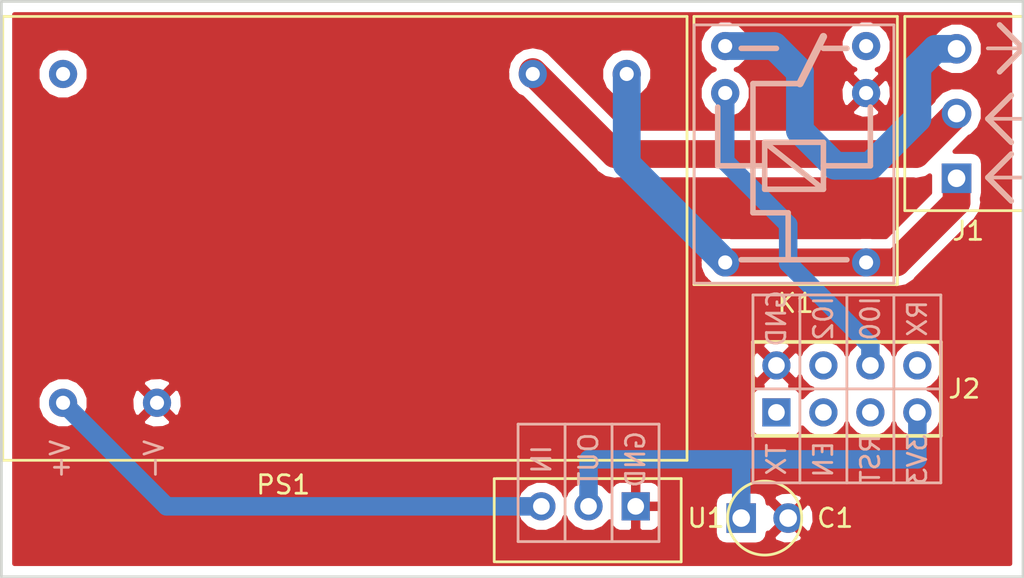
<source format=kicad_pcb>
(kicad_pcb (version 20171130) (host pcbnew 5.0.2+dfsg1-1)

  (general
    (thickness 1.6)
    (drawings 61)
    (tracks 31)
    (zones 0)
    (modules 6)
    (nets 15)
  )

  (page A4)
  (title_block
    (title "Smart Home Device")
    (rev v1.0)
    (comment 4 "Guillermo Gonzalez")
  )

  (layers
    (0 F.Cu signal hide)
    (31 B.Cu signal hide)
    (32 B.Adhes user)
    (33 F.Adhes user)
    (34 B.Paste user)
    (35 F.Paste user)
    (36 B.SilkS user hide)
    (37 F.SilkS user)
    (38 B.Mask user)
    (39 F.Mask user)
    (40 Dwgs.User user)
    (41 Cmts.User user)
    (42 Eco1.User user)
    (43 Eco2.User user)
    (44 Edge.Cuts user)
    (45 Margin user)
    (46 B.CrtYd user)
    (47 F.CrtYd user)
    (48 B.Fab user)
    (49 F.Fab user)
  )

  (setup
    (last_trace_width 0.5)
    (trace_clearance 0.2)
    (zone_clearance 0.508)
    (zone_45_only no)
    (trace_min 0.2)
    (segment_width 0.3)
    (edge_width 0.15)
    (via_size 0.8)
    (via_drill 0.4)
    (via_min_size 0.4)
    (via_min_drill 0.3)
    (uvia_size 0.3)
    (uvia_drill 0.1)
    (uvias_allowed no)
    (uvia_min_size 0.2)
    (uvia_min_drill 0.1)
    (pcb_text_width 0.3)
    (pcb_text_size 1.5 1.5)
    (mod_edge_width 0.15)
    (mod_text_size 1 1)
    (mod_text_width 0.15)
    (pad_size 1.524 1.524)
    (pad_drill 0.762)
    (pad_to_mask_clearance 0.051)
    (solder_mask_min_width 0.25)
    (aux_axis_origin 0 0)
    (visible_elements FFFFFF7F)
    (pcbplotparams
      (layerselection 0x010fc_ffffffff)
      (usegerberextensions false)
      (usegerberattributes false)
      (usegerberadvancedattributes false)
      (creategerberjobfile false)
      (excludeedgelayer true)
      (linewidth 0.100000)
      (plotframeref false)
      (viasonmask false)
      (mode 1)
      (useauxorigin false)
      (hpglpennumber 1)
      (hpglpenspeed 20)
      (hpglpendiameter 15.000000)
      (psnegative false)
      (psa4output false)
      (plotreference true)
      (plotvalue true)
      (plotinvisibletext false)
      (padsonsilk false)
      (subtractmaskfromsilk false)
      (outputformat 1)
      (mirror false)
      (drillshape 1)
      (scaleselection 1)
      (outputdirectory ""))
  )

  (net 0 "")
  (net 1 LINE)
  (net 2 "Net-(J1-Pad1)")
  (net 3 +VSW)
  (net 4 "Net-(J2-Pad1)")
  (net 5 "Net-(J2-Pad2)")
  (net 6 GND)
  (net 7 "Net-(J2-Pad5)")
  (net 8 "Net-(J2-Pad6)")
  (net 9 "Net-(K1-Pad2)")
  (net 10 "Net-(PS1-Pad2)")
  (net 11 "Net-(PS1-Pad3)")
  (net 12 "Net-(J2-Pad4)")
  (net 13 "Net-(J2-Pad0)")
  (net 14 "Net-(C1-Pad1)")

  (net_class Default "This is the default net class."
    (clearance 0.2)
    (trace_width 0.5)
    (via_dia 0.8)
    (via_drill 0.4)
    (uvia_dia 0.3)
    (uvia_drill 0.1)
    (add_net +VSW)
    (add_net GND)
    (add_net LINE)
    (add_net "Net-(C1-Pad1)")
    (add_net "Net-(J1-Pad1)")
    (add_net "Net-(J2-Pad0)")
    (add_net "Net-(J2-Pad1)")
    (add_net "Net-(J2-Pad2)")
    (add_net "Net-(J2-Pad4)")
    (add_net "Net-(J2-Pad5)")
    (add_net "Net-(J2-Pad6)")
    (add_net "Net-(K1-Pad2)")
    (add_net "Net-(PS1-Pad2)")
    (add_net "Net-(PS1-Pad3)")
  )

  (module footprints:AC-12-3 (layer F.Cu) (tedit 62B0B79B) (tstamp 62D49AB6)
    (at 139.225001 96)
    (path /62B08D31)
    (fp_text reference PS1 (at -3.335001 13.324999) (layer F.SilkS)
      (effects (font (size 1 1) (thickness 0.15)))
    )
    (fp_text value AC-12-3 (at 0.474999 -0.645001) (layer F.Fab)
      (effects (font (size 1 1) (thickness 0.15)))
    )
    (fp_line (start 18.5 12) (end 18.5 -12) (layer F.SilkS) (width 0.15))
    (fp_line (start -18.5 12) (end -18.5 -12) (layer F.SilkS) (width 0.15))
    (fp_line (start -18.5 -12) (end 18.5 -12) (layer F.SilkS) (width 0.15))
    (fp_line (start -18.5 12) (end 18.5 12) (layer F.SilkS) (width 0.15))
    (pad 0 thru_hole circle (at 15.24 -8.89) (size 1.524 1.524) (drill 0.762) (layers *.Cu *.Mask)
      (net 1 LINE))
    (pad 1 thru_hole circle (at 10.16 -8.89) (size 1.524 1.524) (drill 0.762) (layers *.Cu *.Mask)
      (net 2 "Net-(J1-Pad1)"))
    (pad 2 thru_hole circle (at -15.24 -8.89) (size 1.524 1.524) (drill 0.762) (layers *.Cu *.Mask)
      (net 10 "Net-(PS1-Pad2)"))
    (pad 3 thru_hole circle (at -15.24 8.89) (size 1.524 1.524) (drill 0.762) (layers *.Cu *.Mask)
      (net 11 "Net-(PS1-Pad3)"))
    (pad 4 thru_hole circle (at -10.16 8.89) (size 1.524 1.524) (drill 0.762) (layers *.Cu *.Mask)
      (net 6 GND))
  )

  (module footprints:ESP8266 (layer F.Cu) (tedit 62B0E1F7) (tstamp 62BD4F7A)
    (at 166.37 104.14)
    (path /62B12C49)
    (fp_text reference J2 (at 6.35 0) (layer F.SilkS)
      (effects (font (size 1 1) (thickness 0.15)))
    )
    (fp_text value ESP8266 (at 0 0) (layer F.Fab)
      (effects (font (size 1 1) (thickness 0.15)))
    )
    (fp_line (start -5.08 2.54) (end -5.08 -2.54) (layer F.SilkS) (width 0.2))
    (fp_line (start -5.08 -2.54) (end 5.08 -2.54) (layer F.SilkS) (width 0.2))
    (fp_line (start 5.08 -2.54) (end 5.08 2.54) (layer F.SilkS) (width 0.2))
    (fp_line (start 5.08 2.54) (end -5.08 2.54) (layer F.SilkS) (width 0.2))
    (pad 0 thru_hole rect (at -3.81 1.27) (size 1.524 1.524) (drill 0.9) (layers *.Cu *.Mask)
      (net 13 "Net-(J2-Pad0)"))
    (pad 1 thru_hole circle (at -1.27 1.27) (size 1.524 1.524) (drill 0.9) (layers *.Cu *.Mask)
      (net 4 "Net-(J2-Pad1)"))
    (pad 2 thru_hole circle (at 1.27 1.27) (size 1.524 1.524) (drill 0.9) (layers *.Cu *.Mask)
      (net 5 "Net-(J2-Pad2)"))
    (pad 3 thru_hole circle (at 3.81 1.27) (size 1.524 1.524) (drill 0.9) (layers *.Cu *.Mask)
      (net 14 "Net-(C1-Pad1)"))
    (pad 4 thru_hole circle (at 3.81 -1.27) (size 1.524 1.524) (drill 0.9) (layers *.Cu *.Mask)
      (net 12 "Net-(J2-Pad4)"))
    (pad 5 thru_hole circle (at 1.27 -1.27) (size 1.524 1.524) (drill 0.9) (layers *.Cu *.Mask)
      (net 7 "Net-(J2-Pad5)"))
    (pad 6 thru_hole circle (at -1.27 -1.27) (size 1.524 1.524) (drill 0.9) (layers *.Cu *.Mask)
      (net 8 "Net-(J2-Pad6)"))
    (pad 7 thru_hole circle (at -3.81 -1.27) (size 1.524 1.524) (drill 0.9) (layers *.Cu *.Mask)
      (net 6 GND))
  )

  (module "footprints:JRC-21F(4100)" (layer F.Cu) (tedit 62B0E843) (tstamp 62C8597B)
    (at 163.6 91.25 90)
    (path /62B11642)
    (fp_text reference K1 (at -8.255 0 180) (layer F.SilkS)
      (effects (font (size 1 1) (thickness 0.15)))
    )
    (fp_text value "JRC-21F(4100)" (at 0 0 90) (layer F.Fab)
      (effects (font (size 1 1) (thickness 0.15)))
    )
    (fp_line (start -7.25 -5.5) (end -7.25 5.5) (layer F.SilkS) (width 0.15))
    (fp_line (start 7.25 -5.5) (end 7.25 5.5) (layer F.SilkS) (width 0.15))
    (fp_line (start 7.25 5.5) (end -7.25 5.5) (layer F.SilkS) (width 0.15))
    (fp_line (start 7.25 -5.5) (end -7.25 -5.5) (layer F.SilkS) (width 0.15))
    (pad 5 thru_hole circle (at -6.05 -3.81 90) (size 1.524 1.524) (drill 0.762) (layers *.Cu *.Mask)
      (net 1 LINE))
    (pad 0 thru_hole circle (at -6.05 3.81 90) (size 1.524 1.524) (drill 0.762) (layers *.Cu *.Mask)
      (net 1 LINE))
    (pad 3 thru_hole circle (at 5.65 -3.81 90) (size 1.524 1.524) (drill 0.762) (layers *.Cu *.Mask)
      (net 3 +VSW))
    (pad 2 thru_hole circle (at 5.65 3.81 90) (size 1.524 1.524) (drill 0.762) (layers *.Cu *.Mask)
      (net 9 "Net-(K1-Pad2)"))
    (pad 4 thru_hole circle (at 3.11 -3.81 90) (size 1.524 1.524) (drill 0.762) (layers *.Cu *.Mask)
      (net 7 "Net-(J2-Pad5)"))
    (pad 1 thru_hole circle (at 3.11 3.81 90) (size 1.524 1.524) (drill 0.762) (layers *.Cu *.Mask)
      (net 6 GND))
  )

  (module footprints:LD1117V33C-TO220 (layer F.Cu) (tedit 62B0EE38) (tstamp 62D33D79)
    (at 152.4 110.49)
    (path /62B08C42)
    (fp_text reference U1 (at 6.35 0.635) (layer F.SilkS)
      (effects (font (size 1 1) (thickness 0.15)))
    )
    (fp_text value LD1117V33C_TO220 (at 0 -2.54) (layer F.Fab)
      (effects (font (size 1 1) (thickness 0.15)))
    )
    (fp_line (start -5.1 3) (end -5.1 -1.5) (layer F.SilkS) (width 0.15))
    (fp_line (start 5.01 3) (end 5.01 -1.5) (layer F.SilkS) (width 0.15))
    (fp_line (start 5.01 -1.5) (end -5.01 -1.5) (layer F.SilkS) (width 0.15))
    (fp_line (start 5.01 3) (end -5.01 3) (layer F.SilkS) (width 0.15))
    (pad 2 thru_hole circle (at -2.55 0) (size 1.524 1.524) (drill 0.9) (layers *.Cu *.Mask)
      (net 11 "Net-(PS1-Pad3)"))
    (pad 1 thru_hole circle (at 0 0) (size 1.524 1.524) (drill 0.9) (layers *.Cu *.Mask)
      (net 14 "Net-(C1-Pad1)"))
    (pad 0 thru_hole rect (at 2.55 0) (size 1.524 1.524) (drill 0.9) (layers *.Cu *.Mask)
      (net 6 GND))
  )

  (module footprints:AKL059-03 (layer F.Cu) (tedit 62B1E1D7) (tstamp 62BE54E0)
    (at 172.3 89.25 90)
    (path /62B11E95)
    (fp_text reference J1 (at -6.35 0.635 180) (layer F.SilkS)
      (effects (font (size 1 1) (thickness 0.15)))
    )
    (fp_text value AKL059-03 (at 0 -1.905 90) (layer F.Fab)
      (effects (font (size 1 1) (thickness 0.15)))
    )
    (fp_line (start -5.25 3.7) (end -5.25 -2.8) (layer F.SilkS) (width 0.15))
    (fp_line (start -5.25 -2.8) (end 5.25 -2.8) (layer F.SilkS) (width 0.15))
    (fp_line (start 5.25 3.7) (end -5.25 3.7) (layer F.SilkS) (width 0.15))
    (fp_line (start 5.25 3.7) (end 5.25 -2.8) (layer F.SilkS) (width 0.15))
    (pad 0 thru_hole rect (at -3.5 0 90) (size 1.6 1.6) (drill 0.95) (layers *.Cu *.Mask)
      (net 1 LINE))
    (pad 1 thru_hole circle (at 0 0 90) (size 1.6 1.6) (drill 0.95) (layers *.Cu *.Mask)
      (net 2 "Net-(J1-Pad1)"))
    (pad 2 thru_hole circle (at 3.5 0 90) (size 1.6 1.6) (drill 0.95) (layers *.Cu *.Mask)
      (net 3 +VSW))
  )

  (module footprints:C10uF (layer F.Cu) (tedit 62B36F95) (tstamp 62C99006)
    (at 161.925 111.125)
    (path /62B3A0CF)
    (fp_text reference C1 (at 3.81 0) (layer F.SilkS)
      (effects (font (size 1 1) (thickness 0.15)))
    )
    (fp_text value 10uF (at 0 -1.905) (layer F.Fab)
      (effects (font (size 1 1) (thickness 0.15)))
    )
    (fp_circle (center 0 0) (end 2 0) (layer F.SilkS) (width 0.15))
    (pad 1 thru_hole rect (at -1.27 0) (size 1.6 1.6) (drill 0.95) (layers *.Cu *.Mask)
      (net 14 "Net-(C1-Pad1)"))
    (pad 2 thru_hole circle (at 1.27 0) (size 1.6 1.6) (drill 0.95) (layers *.Cu *.Mask)
      (net 6 GND))
  )

  (gr_text V+ (at 123.825 107.95 90) (layer B.SilkS)
    (effects (font (size 1 1) (thickness 0.15)) (justify mirror))
  )
  (gr_text V- (at 128.905 107.95 90) (layer B.SilkS)
    (effects (font (size 1 1) (thickness 0.15)) (justify mirror))
  )
  (gr_line (start 158.115 98.425) (end 168.91 98.425) (layer B.SilkS) (width 0.15))
  (gr_line (start 158.115 84.455) (end 158.115 98.425) (layer B.SilkS) (width 0.15))
  (gr_line (start 168.91 84.455) (end 158.115 84.455) (layer B.SilkS) (width 0.15))
  (gr_line (start 168.91 98.425) (end 168.91 84.455) (layer B.SilkS) (width 0.15))
  (gr_line (start 165.1 93.345) (end 161.925 90.805) (layer B.SilkS) (width 0.3))
  (gr_line (start 163.83 87.63) (end 165.1 85.09) (layer B.SilkS) (width 0.4))
  (gr_line (start 166.37 85.725) (end 165.1 85.725) (layer B.SilkS) (width 0.3))
  (gr_line (start 162.56 85.725) (end 160.655 85.725) (layer B.SilkS) (width 0.3))
  (gr_line (start 161.29 87.63) (end 163.83 87.63) (layer B.SilkS) (width 0.3))
  (gr_line (start 161.29 94.615) (end 161.29 87.63) (layer B.SilkS) (width 0.3))
  (gr_line (start 163.195 94.615) (end 161.29 94.615) (layer B.SilkS) (width 0.3))
  (gr_line (start 163.195 97.155) (end 163.195 94.615) (layer B.SilkS) (width 0.3))
  (gr_line (start 159.385 92.075) (end 159.385 88.9) (layer B.SilkS) (width 0.3))
  (gr_line (start 161.925 92.075) (end 159.385 92.075) (layer B.SilkS) (width 0.3))
  (gr_line (start 167.64 92.075) (end 167.64 88.9) (layer B.SilkS) (width 0.3))
  (gr_line (start 165.1 92.075) (end 167.64 92.075) (layer B.SilkS) (width 0.3))
  (gr_line (start 161.925 90.805) (end 161.925 93.345) (layer B.SilkS) (width 0.3))
  (gr_line (start 165.1 90.805) (end 161.925 90.805) (layer B.SilkS) (width 0.3))
  (gr_line (start 165.1 93.345) (end 165.1 90.805) (layer B.SilkS) (width 0.3))
  (gr_line (start 161.925 93.345) (end 165.1 93.345) (layer B.SilkS) (width 0.3))
  (gr_line (start 160.655 97.155) (end 166.37 97.155) (layer B.SilkS) (width 0.3))
  (gr_line (start 171.45 104.14) (end 161.29 104.14) (layer B.SilkS) (width 0.15))
  (gr_line (start 168.91 109.22) (end 168.91 99.06) (layer B.SilkS) (width 0.15))
  (gr_line (start 166.37 99.06) (end 166.37 109.22) (layer B.SilkS) (width 0.15))
  (gr_line (start 163.83 109.22) (end 163.83 99.06) (layer B.SilkS) (width 0.15))
  (gr_line (start 161.29 99.06) (end 161.29 109.22) (layer B.SilkS) (width 0.15))
  (gr_line (start 171.45 99.06) (end 161.29 99.06) (layer B.SilkS) (width 0.15))
  (gr_line (start 171.45 109.22) (end 171.45 99.06) (layer B.SilkS) (width 0.15))
  (gr_line (start 161.29 109.22) (end 171.45 109.22) (layer B.SilkS) (width 0.15))
  (gr_text IN (at 149.86 107.95 90) (layer B.SilkS)
    (effects (font (size 1 1) (thickness 0.15)) (justify mirror))
  )
  (gr_text OUT (at 152.4 107.95 90) (layer B.SilkS)
    (effects (font (size 1 1) (thickness 0.15)) (justify mirror))
  )
  (gr_text GND (at 154.94 107.95 90) (layer B.SilkS)
    (effects (font (size 1 1) (thickness 0.15)) (justify mirror))
  )
  (gr_line (start 151.13 112.395) (end 151.13 106.045) (layer B.SilkS) (width 0.15))
  (gr_line (start 153.67 112.395) (end 153.67 106.045) (layer B.SilkS) (width 0.15))
  (gr_line (start 148.59 106.045) (end 148.59 112.395) (layer B.SilkS) (width 0.15))
  (gr_line (start 156.21 106.045) (end 148.59 106.045) (layer B.SilkS) (width 0.15))
  (gr_line (start 156.21 112.395) (end 156.21 106.045) (layer B.SilkS) (width 0.15))
  (gr_line (start 148.59 112.395) (end 156.21 112.395) (layer B.SilkS) (width 0.15))
  (gr_line (start 175.895 85.725) (end 173.99 85.725) (layer B.SilkS) (width 0.2))
  (gr_line (start 173.99 92.71) (end 175.895 92.71) (layer B.SilkS) (width 0.2))
  (gr_line (start 173.99 89.535) (end 175.895 89.535) (layer B.SilkS) (width 0.2))
  (gr_line (start 175.895 85.725) (end 174.625 86.995) (layer B.SilkS) (width 0.3))
  (gr_line (start 174.625 84.455) (end 175.895 85.725) (layer B.SilkS) (width 0.3))
  (gr_line (start 173.99 89.535) (end 175.26 90.805) (layer B.SilkS) (width 0.3))
  (gr_line (start 173.99 89.535) (end 175.26 88.265) (layer B.SilkS) (width 0.3))
  (gr_line (start 173.99 92.71) (end 175.26 93.98) (layer B.SilkS) (width 0.3))
  (gr_line (start 173.99 92.71) (end 175.26 91.44) (layer B.SilkS) (width 0.3))
  (gr_text RX (at 170.18 100.33 90) (layer B.SilkS)
    (effects (font (size 1 1) (thickness 0.15)) (justify mirror))
  )
  (gr_text I02 (at 165.1 100.33 90) (layer B.SilkS)
    (effects (font (size 1 1) (thickness 0.15)) (justify mirror))
  )
  (gr_text I00 (at 167.64 100.33 90) (layer B.SilkS)
    (effects (font (size 1 1) (thickness 0.15)) (justify mirror))
  )
  (gr_text GND (at 162.56 100.33 90) (layer B.SilkS)
    (effects (font (size 1 1) (thickness 0.15)) (justify mirror))
  )
  (gr_text 3V3 (at 170.18 107.95 90) (layer B.SilkS)
    (effects (font (size 1 1) (thickness 0.15)) (justify mirror))
  )
  (gr_text RST (at 167.64 107.95 90) (layer B.SilkS)
    (effects (font (size 1 1) (thickness 0.15)) (justify mirror))
  )
  (gr_text EN (at 165.1 107.95 90) (layer B.SilkS)
    (effects (font (size 1 1) (thickness 0.15)) (justify mirror))
  )
  (gr_text TX (at 162.56 107.95 90) (layer B.SilkS)
    (effects (font (size 1 1) (thickness 0.15)) (justify mirror))
  )
  (gr_line (start 120.65 83.185) (end 175.895 83.185) (layer Edge.Cuts) (width 0.15))
  (gr_line (start 120.65 114.3) (end 120.65 83.185) (layer Edge.Cuts) (width 0.15))
  (gr_line (start 175.895 114.3) (end 120.65 114.3) (layer Edge.Cuts) (width 0.15) (tstamp 62BE7536))
  (gr_line (start 175.895 83.185) (end 175.895 114.3) (layer Edge.Cuts) (width 0.15) (tstamp 62BE540D))

  (segment (start 159.79 97.3) (end 167.41 97.3) (width 1.5) (layer F.Cu) (net 1))
  (segment (start 172.3 94.05) (end 169.05 97.3) (width 1.5) (layer F.Cu) (net 1))
  (segment (start 172.3 92.75) (end 172.3 94.05) (width 1.5) (layer F.Cu) (net 1))
  (segment (start 169.05 97.3) (end 167.41 97.3) (width 1.5) (layer F.Cu) (net 1))
  (segment (start 154.465001 91.975001) (end 159.79 97.3) (width 1.5) (layer B.Cu) (net 1))
  (segment (start 154.465001 87.11) (end 154.465001 91.975001) (width 1.5) (layer B.Cu) (net 1))
  (segment (start 153.82 91.44) (end 149.385001 87.005001) (width 1.5) (layer F.Cu) (net 2))
  (segment (start 170.11 91.44) (end 172.3 89.25) (width 1.5) (layer F.Cu) (net 2))
  (segment (start 153.82 91.44) (end 170.11 91.44) (width 1.5) (layer F.Cu) (net 2))
  (segment (start 159.79 85.6) (end 162.435 85.6) (width 1.5) (layer B.Cu) (net 3))
  (segment (start 162.435 85.6) (end 163.83 86.995) (width 1.5) (layer B.Cu) (net 3))
  (segment (start 163.83 86.995) (end 163.83 90.17) (width 1.5) (layer B.Cu) (net 3))
  (segment (start 163.83 90.17) (end 165.735 92.075) (width 1.5) (layer B.Cu) (net 3))
  (segment (start 165.735 92.075) (end 167.64 92.075) (width 1.5) (layer B.Cu) (net 3))
  (segment (start 167.64 92.075) (end 170.18 89.535) (width 1.5) (layer B.Cu) (net 3))
  (segment (start 171.16863 85.75) (end 170.18 86.73863) (width 1.5) (layer B.Cu) (net 3))
  (segment (start 170.18 86.73863) (end 170.18 89.535) (width 1.5) (layer B.Cu) (net 3))
  (segment (start 172.3 85.75) (end 171.16863 85.75) (width 1.5) (layer B.Cu) (net 3))
  (segment (start 170.18 107.95) (end 170.18 105.41) (width 1) (layer B.Cu) (net 14))
  (segment (start 152.4 107.95) (end 152.4 110.49) (width 1) (layer B.Cu) (net 14))
  (segment (start 167.64 101.79237) (end 163.195 97.34737) (width 1) (layer B.Cu) (net 7))
  (segment (start 167.64 102.87) (end 167.64 101.79237) (width 1) (layer B.Cu) (net 7))
  (segment (start 163.195 97.34737) (end 163.195 95.25) (width 1) (layer B.Cu) (net 7))
  (segment (start 163.195 95.25) (end 163.195 95.885) (width 1) (layer B.Cu) (net 7))
  (segment (start 159.79 91.845) (end 163.195 95.25) (width 1) (layer B.Cu) (net 7))
  (segment (start 159.79 88.14) (end 159.79 91.845) (width 1) (layer B.Cu) (net 7))
  (segment (start 129.585001 110.49) (end 123.985001 104.89) (width 1) (layer B.Cu) (net 11))
  (segment (start 149.85 110.49) (end 129.585001 110.49) (width 1) (layer B.Cu) (net 11))
  (segment (start 160.655 111.125) (end 160.655 107.95) (width 1) (layer B.Cu) (net 14))
  (segment (start 152.4 107.95) (end 160.655 107.95) (width 1) (layer B.Cu) (net 14))
  (segment (start 160.655 107.95) (end 170.18 107.95) (width 1) (layer B.Cu) (net 14))

  (zone (net 6) (net_name GND) (layer F.Cu) (tstamp 0) (hatch edge 0.508)
    (connect_pads (clearance 0.508))
    (min_thickness 0.254)
    (fill yes (arc_segments 16) (thermal_gap 0.508) (thermal_bridge_width 0.508))
    (polygon
      (pts
        (xy 120.65 114.3) (xy 120.65 83.185) (xy 175.895 83.185) (xy 175.895 114.3)
      )
    )
    (filled_polygon
      (pts
        (xy 175.185001 113.59) (xy 121.36 113.59) (xy 121.36 110.212119) (xy 148.453 110.212119) (xy 148.453 110.767881)
        (xy 148.66568 111.281337) (xy 149.058663 111.67432) (xy 149.572119 111.887) (xy 150.127881 111.887) (xy 150.641337 111.67432)
        (xy 151.03432 111.281337) (xy 151.125 111.062416) (xy 151.21568 111.281337) (xy 151.608663 111.67432) (xy 152.122119 111.887)
        (xy 152.677881 111.887) (xy 153.191337 111.67432) (xy 153.553 111.312657) (xy 153.553 111.37831) (xy 153.649673 111.611699)
        (xy 153.828302 111.790327) (xy 154.061691 111.887) (xy 154.66425 111.887) (xy 154.823 111.72825) (xy 154.823 110.617)
        (xy 155.077 110.617) (xy 155.077 111.72825) (xy 155.23575 111.887) (xy 155.838309 111.887) (xy 156.071698 111.790327)
        (xy 156.250327 111.611699) (xy 156.347 111.37831) (xy 156.347 110.77575) (xy 156.18825 110.617) (xy 155.077 110.617)
        (xy 154.823 110.617) (xy 154.803 110.617) (xy 154.803 110.363) (xy 154.823 110.363) (xy 154.823 109.25175)
        (xy 155.077 109.25175) (xy 155.077 110.363) (xy 156.18825 110.363) (xy 156.22625 110.325) (xy 159.20756 110.325)
        (xy 159.20756 111.925) (xy 159.256843 112.172765) (xy 159.397191 112.382809) (xy 159.607235 112.523157) (xy 159.855 112.57244)
        (xy 161.455 112.57244) (xy 161.702765 112.523157) (xy 161.912809 112.382809) (xy 162.053157 112.172765) (xy 162.061117 112.132745)
        (xy 162.366861 112.132745) (xy 162.440995 112.378864) (xy 162.978223 112.571965) (xy 163.548454 112.544778) (xy 163.949005 112.378864)
        (xy 164.023139 112.132745) (xy 163.195 111.304605) (xy 162.366861 112.132745) (xy 162.061117 112.132745) (xy 162.101954 111.927445)
        (xy 162.187255 111.953139) (xy 163.015395 111.125) (xy 163.374605 111.125) (xy 164.202745 111.953139) (xy 164.448864 111.879005)
        (xy 164.641965 111.341777) (xy 164.614778 110.771546) (xy 164.448864 110.370995) (xy 164.202745 110.296861) (xy 163.374605 111.125)
        (xy 163.015395 111.125) (xy 162.187255 110.296861) (xy 162.101954 110.322555) (xy 162.061118 110.117255) (xy 162.366861 110.117255)
        (xy 163.195 110.945395) (xy 164.023139 110.117255) (xy 163.949005 109.871136) (xy 163.411777 109.678035) (xy 162.841546 109.705222)
        (xy 162.440995 109.871136) (xy 162.366861 110.117255) (xy 162.061118 110.117255) (xy 162.053157 110.077235) (xy 161.912809 109.867191)
        (xy 161.702765 109.726843) (xy 161.455 109.67756) (xy 159.855 109.67756) (xy 159.607235 109.726843) (xy 159.397191 109.867191)
        (xy 159.256843 110.077235) (xy 159.20756 110.325) (xy 156.22625 110.325) (xy 156.347 110.20425) (xy 156.347 109.60169)
        (xy 156.250327 109.368301) (xy 156.071698 109.189673) (xy 155.838309 109.093) (xy 155.23575 109.093) (xy 155.077 109.25175)
        (xy 154.823 109.25175) (xy 154.66425 109.093) (xy 154.061691 109.093) (xy 153.828302 109.189673) (xy 153.649673 109.368301)
        (xy 153.553 109.60169) (xy 153.553 109.667343) (xy 153.191337 109.30568) (xy 152.677881 109.093) (xy 152.122119 109.093)
        (xy 151.608663 109.30568) (xy 151.21568 109.698663) (xy 151.125 109.917584) (xy 151.03432 109.698663) (xy 150.641337 109.30568)
        (xy 150.127881 109.093) (xy 149.572119 109.093) (xy 149.058663 109.30568) (xy 148.66568 109.698663) (xy 148.453 110.212119)
        (xy 121.36 110.212119) (xy 121.36 104.612119) (xy 122.588001 104.612119) (xy 122.588001 105.167881) (xy 122.800681 105.681337)
        (xy 123.193664 106.07432) (xy 123.70712 106.287) (xy 124.262882 106.287) (xy 124.776338 106.07432) (xy 124.980445 105.870213)
        (xy 128.264393 105.870213) (xy 128.333858 106.112397) (xy 128.857303 106.299144) (xy 129.412369 106.271362) (xy 129.796144 106.112397)
        (xy 129.865609 105.870213) (xy 129.065001 105.069605) (xy 128.264393 105.870213) (xy 124.980445 105.870213) (xy 125.169321 105.681337)
        (xy 125.382001 105.167881) (xy 125.382001 104.682302) (xy 127.655857 104.682302) (xy 127.683639 105.237368) (xy 127.842604 105.621143)
        (xy 128.084788 105.690608) (xy 128.885396 104.89) (xy 129.244606 104.89) (xy 130.045214 105.690608) (xy 130.287398 105.621143)
        (xy 130.474145 105.097698) (xy 130.451637 104.648) (xy 161.15056 104.648) (xy 161.15056 106.172) (xy 161.199843 106.419765)
        (xy 161.340191 106.629809) (xy 161.550235 106.770157) (xy 161.798 106.81944) (xy 163.322 106.81944) (xy 163.569765 106.770157)
        (xy 163.779809 106.629809) (xy 163.920157 106.419765) (xy 163.955653 106.24131) (xy 164.308663 106.59432) (xy 164.822119 106.807)
        (xy 165.377881 106.807) (xy 165.891337 106.59432) (xy 166.28432 106.201337) (xy 166.37 105.994487) (xy 166.45568 106.201337)
        (xy 166.848663 106.59432) (xy 167.362119 106.807) (xy 167.917881 106.807) (xy 168.431337 106.59432) (xy 168.82432 106.201337)
        (xy 168.91 105.994487) (xy 168.99568 106.201337) (xy 169.388663 106.59432) (xy 169.902119 106.807) (xy 170.457881 106.807)
        (xy 170.971337 106.59432) (xy 171.36432 106.201337) (xy 171.577 105.687881) (xy 171.577 105.132119) (xy 171.36432 104.618663)
        (xy 170.971337 104.22568) (xy 170.764487 104.14) (xy 170.971337 104.05432) (xy 171.36432 103.661337) (xy 171.577 103.147881)
        (xy 171.577 102.592119) (xy 171.36432 102.078663) (xy 170.971337 101.68568) (xy 170.457881 101.473) (xy 169.902119 101.473)
        (xy 169.388663 101.68568) (xy 168.99568 102.078663) (xy 168.91 102.285513) (xy 168.82432 102.078663) (xy 168.431337 101.68568)
        (xy 167.917881 101.473) (xy 167.362119 101.473) (xy 166.848663 101.68568) (xy 166.45568 102.078663) (xy 166.37 102.285513)
        (xy 166.28432 102.078663) (xy 165.891337 101.68568) (xy 165.377881 101.473) (xy 164.822119 101.473) (xy 164.308663 101.68568)
        (xy 163.91568 102.078663) (xy 163.836572 102.269647) (xy 163.782397 102.138857) (xy 163.540213 102.069392) (xy 162.739605 102.87)
        (xy 163.540213 103.670608) (xy 163.782397 103.601143) (xy 163.832535 103.460607) (xy 163.91568 103.661337) (xy 164.308663 104.05432)
        (xy 164.515513 104.14) (xy 164.308663 104.22568) (xy 163.955653 104.57869) (xy 163.920157 104.400235) (xy 163.779809 104.190191)
        (xy 163.569765 104.049843) (xy 163.322 104.00056) (xy 163.317484 104.00056) (xy 163.360608 103.850213) (xy 162.56 103.049605)
        (xy 161.759392 103.850213) (xy 161.802516 104.00056) (xy 161.798 104.00056) (xy 161.550235 104.049843) (xy 161.340191 104.190191)
        (xy 161.199843 104.400235) (xy 161.15056 104.648) (xy 130.451637 104.648) (xy 130.446363 104.542632) (xy 130.287398 104.158857)
        (xy 130.045214 104.089392) (xy 129.244606 104.89) (xy 128.885396 104.89) (xy 128.084788 104.089392) (xy 127.842604 104.158857)
        (xy 127.655857 104.682302) (xy 125.382001 104.682302) (xy 125.382001 104.612119) (xy 125.169321 104.098663) (xy 124.980445 103.909787)
        (xy 128.264393 103.909787) (xy 129.065001 104.710395) (xy 129.865609 103.909787) (xy 129.796144 103.667603) (xy 129.272699 103.480856)
        (xy 128.717633 103.508638) (xy 128.333858 103.667603) (xy 128.264393 103.909787) (xy 124.980445 103.909787) (xy 124.776338 103.70568)
        (xy 124.262882 103.493) (xy 123.70712 103.493) (xy 123.193664 103.70568) (xy 122.800681 104.098663) (xy 122.588001 104.612119)
        (xy 121.36 104.612119) (xy 121.36 102.662302) (xy 161.150856 102.662302) (xy 161.178638 103.217368) (xy 161.337603 103.601143)
        (xy 161.579787 103.670608) (xy 162.380395 102.87) (xy 161.579787 102.069392) (xy 161.337603 102.138857) (xy 161.150856 102.662302)
        (xy 121.36 102.662302) (xy 121.36 101.889787) (xy 161.759392 101.889787) (xy 162.56 102.690395) (xy 163.360608 101.889787)
        (xy 163.291143 101.647603) (xy 162.767698 101.460856) (xy 162.212632 101.488638) (xy 161.828857 101.647603) (xy 161.759392 101.889787)
        (xy 121.36 101.889787) (xy 121.36 86.832119) (xy 122.588001 86.832119) (xy 122.588001 87.387881) (xy 122.800681 87.901337)
        (xy 123.193664 88.29432) (xy 123.70712 88.507) (xy 124.262882 88.507) (xy 124.776338 88.29432) (xy 125.169321 87.901337)
        (xy 125.382001 87.387881) (xy 125.382001 87.005001) (xy 147.972868 87.005001) (xy 147.988001 87.08108) (xy 147.988001 87.387881)
        (xy 148.200681 87.901337) (xy 148.593664 88.29432) (xy 148.801881 88.380566) (xy 152.744202 92.322888) (xy 152.821471 92.438529)
        (xy 153.2796 92.744641) (xy 153.82 92.852133) (xy 153.956407 92.825) (xy 169.973593 92.825) (xy 170.11 92.852133)
        (xy 170.246407 92.825) (xy 170.6504 92.744641) (xy 170.85256 92.609562) (xy 170.85256 93.538754) (xy 168.476315 95.915)
        (xy 167.716852 95.915) (xy 167.687881 95.903) (xy 167.132119 95.903) (xy 167.103148 95.915) (xy 160.096852 95.915)
        (xy 160.067881 95.903) (xy 159.512119 95.903) (xy 159.325678 95.980226) (xy 159.2496 95.995359) (xy 159.185104 96.038454)
        (xy 158.998663 96.11568) (xy 158.855967 96.258376) (xy 158.791471 96.301471) (xy 158.748376 96.365967) (xy 158.60568 96.508663)
        (xy 158.528454 96.695104) (xy 158.485359 96.7596) (xy 158.470226 96.835678) (xy 158.393 97.022119) (xy 158.393 97.223921)
        (xy 158.377867 97.3) (xy 158.393 97.376079) (xy 158.393 97.577881) (xy 158.470226 97.764322) (xy 158.485359 97.8404)
        (xy 158.528454 97.904896) (xy 158.60568 98.091337) (xy 158.748376 98.234033) (xy 158.791471 98.298529) (xy 158.855967 98.341624)
        (xy 158.998663 98.48432) (xy 159.185104 98.561546) (xy 159.2496 98.604641) (xy 159.325678 98.619774) (xy 159.512119 98.697)
        (xy 160.067881 98.697) (xy 160.096852 98.685) (xy 167.103148 98.685) (xy 167.132119 98.697) (xy 167.687881 98.697)
        (xy 167.716852 98.685) (xy 168.913593 98.685) (xy 169.05 98.712133) (xy 169.186407 98.685) (xy 169.5904 98.604641)
        (xy 170.048529 98.298529) (xy 170.125799 98.182886) (xy 173.182888 95.125798) (xy 173.298529 95.048529) (xy 173.604641 94.5904)
        (xy 173.685 94.186407) (xy 173.712133 94.050001) (xy 173.685 93.913595) (xy 173.685 93.817456) (xy 173.698157 93.797765)
        (xy 173.74744 93.55) (xy 173.74744 91.95) (xy 173.698157 91.702235) (xy 173.557809 91.492191) (xy 173.347765 91.351843)
        (xy 173.1 91.30256) (xy 172.206126 91.30256) (xy 172.992152 90.516534) (xy 173.112862 90.466534) (xy 173.516534 90.062862)
        (xy 173.735 89.535439) (xy 173.735 88.964561) (xy 173.516534 88.437138) (xy 173.112862 88.033466) (xy 172.585439 87.815)
        (xy 172.014561 87.815) (xy 171.487138 88.033466) (xy 171.083466 88.437138) (xy 171.033466 88.557848) (xy 169.536315 90.055)
        (xy 154.393686 90.055) (xy 151.170805 86.832119) (xy 153.068001 86.832119) (xy 153.068001 87.387881) (xy 153.280681 87.901337)
        (xy 153.673664 88.29432) (xy 154.18712 88.507) (xy 154.742882 88.507) (xy 155.256338 88.29432) (xy 155.649321 87.901337)
        (xy 155.862001 87.387881) (xy 155.862001 86.832119) (xy 155.649321 86.318663) (xy 155.256338 85.92568) (xy 154.742882 85.713)
        (xy 154.18712 85.713) (xy 153.673664 85.92568) (xy 153.280681 86.318663) (xy 153.068001 86.832119) (xy 151.170805 86.832119)
        (xy 150.267889 85.929204) (xy 149.9254 85.70036) (xy 149.385001 85.592868) (xy 148.844602 85.70036) (xy 148.386473 86.006473)
        (xy 148.08036 86.464602) (xy 148.025046 86.742684) (xy 147.988001 86.832119) (xy 147.988001 86.928922) (xy 147.972868 87.005001)
        (xy 125.382001 87.005001) (xy 125.382001 86.832119) (xy 125.169321 86.318663) (xy 124.776338 85.92568) (xy 124.262882 85.713)
        (xy 123.70712 85.713) (xy 123.193664 85.92568) (xy 122.800681 86.318663) (xy 122.588001 86.832119) (xy 121.36 86.832119)
        (xy 121.36 85.322119) (xy 158.393 85.322119) (xy 158.393 85.877881) (xy 158.60568 86.391337) (xy 158.998663 86.78432)
        (xy 159.205513 86.87) (xy 158.998663 86.95568) (xy 158.60568 87.348663) (xy 158.393 87.862119) (xy 158.393 88.417881)
        (xy 158.60568 88.931337) (xy 158.998663 89.32432) (xy 159.512119 89.537) (xy 160.067881 89.537) (xy 160.581337 89.32432)
        (xy 160.785444 89.120213) (xy 166.609392 89.120213) (xy 166.678857 89.362397) (xy 167.202302 89.549144) (xy 167.757368 89.521362)
        (xy 168.141143 89.362397) (xy 168.210608 89.120213) (xy 167.41 88.319605) (xy 166.609392 89.120213) (xy 160.785444 89.120213)
        (xy 160.97432 88.931337) (xy 161.187 88.417881) (xy 161.187 87.932302) (xy 166.000856 87.932302) (xy 166.028638 88.487368)
        (xy 166.187603 88.871143) (xy 166.429787 88.940608) (xy 167.230395 88.14) (xy 167.589605 88.14) (xy 168.390213 88.940608)
        (xy 168.632397 88.871143) (xy 168.819144 88.347698) (xy 168.791362 87.792632) (xy 168.632397 87.408857) (xy 168.390213 87.339392)
        (xy 167.589605 88.14) (xy 167.230395 88.14) (xy 166.429787 87.339392) (xy 166.187603 87.408857) (xy 166.000856 87.932302)
        (xy 161.187 87.932302) (xy 161.187 87.862119) (xy 160.97432 87.348663) (xy 160.581337 86.95568) (xy 160.374487 86.87)
        (xy 160.581337 86.78432) (xy 160.97432 86.391337) (xy 161.187 85.877881) (xy 161.187 85.322119) (xy 166.013 85.322119)
        (xy 166.013 85.877881) (xy 166.22568 86.391337) (xy 166.618663 86.78432) (xy 166.809647 86.863428) (xy 166.678857 86.917603)
        (xy 166.609392 87.159787) (xy 167.41 87.960395) (xy 168.210608 87.159787) (xy 168.141143 86.917603) (xy 168.000607 86.867465)
        (xy 168.201337 86.78432) (xy 168.59432 86.391337) (xy 168.807 85.877881) (xy 168.807 85.464561) (xy 170.865 85.464561)
        (xy 170.865 86.035439) (xy 171.083466 86.562862) (xy 171.487138 86.966534) (xy 172.014561 87.185) (xy 172.585439 87.185)
        (xy 173.112862 86.966534) (xy 173.516534 86.562862) (xy 173.735 86.035439) (xy 173.735 85.464561) (xy 173.516534 84.937138)
        (xy 173.112862 84.533466) (xy 172.585439 84.315) (xy 172.014561 84.315) (xy 171.487138 84.533466) (xy 171.083466 84.937138)
        (xy 170.865 85.464561) (xy 168.807 85.464561) (xy 168.807 85.322119) (xy 168.59432 84.808663) (xy 168.201337 84.41568)
        (xy 167.687881 84.203) (xy 167.132119 84.203) (xy 166.618663 84.41568) (xy 166.22568 84.808663) (xy 166.013 85.322119)
        (xy 161.187 85.322119) (xy 160.97432 84.808663) (xy 160.581337 84.41568) (xy 160.067881 84.203) (xy 159.512119 84.203)
        (xy 158.998663 84.41568) (xy 158.60568 84.808663) (xy 158.393 85.322119) (xy 121.36 85.322119) (xy 121.36 83.895)
        (xy 175.185 83.895)
      )
    )
  )
)

</source>
